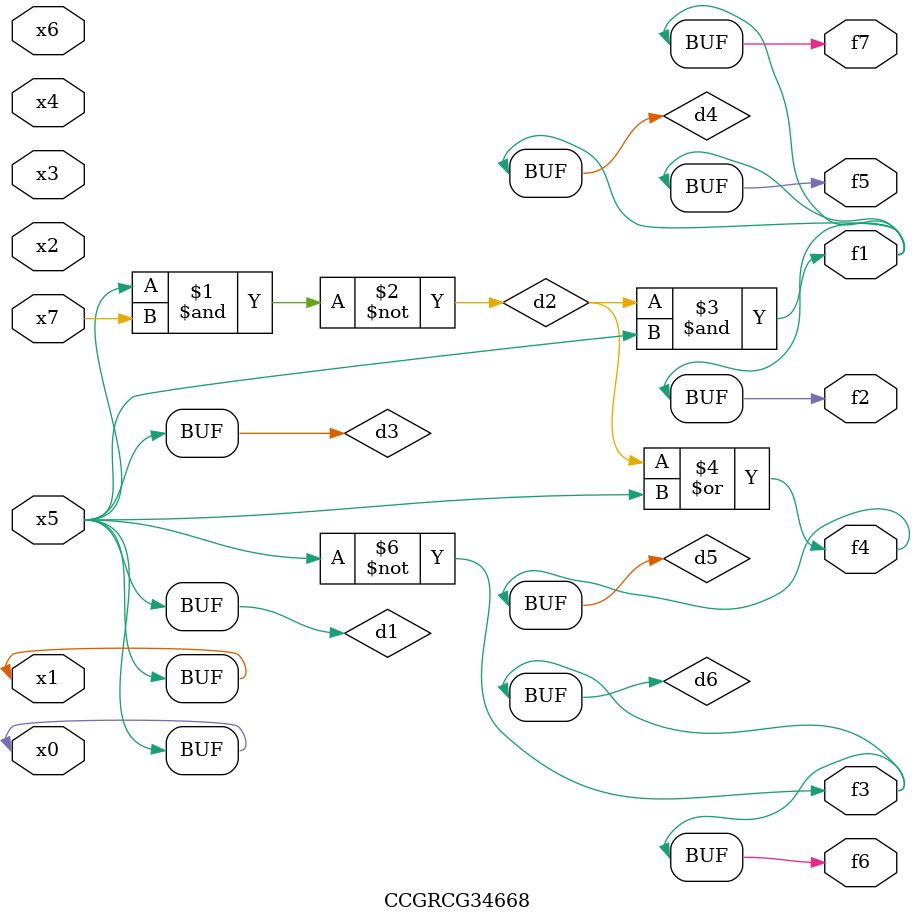
<source format=v>
module CCGRCG34668(
	input x0, x1, x2, x3, x4, x5, x6, x7,
	output f1, f2, f3, f4, f5, f6, f7
);

	wire d1, d2, d3, d4, d5, d6;

	buf (d1, x0, x5);
	nand (d2, x5, x7);
	buf (d3, x0, x1);
	and (d4, d2, d3);
	or (d5, d2, d3);
	nor (d6, d1, d3);
	assign f1 = d4;
	assign f2 = d4;
	assign f3 = d6;
	assign f4 = d5;
	assign f5 = d4;
	assign f6 = d6;
	assign f7 = d4;
endmodule

</source>
